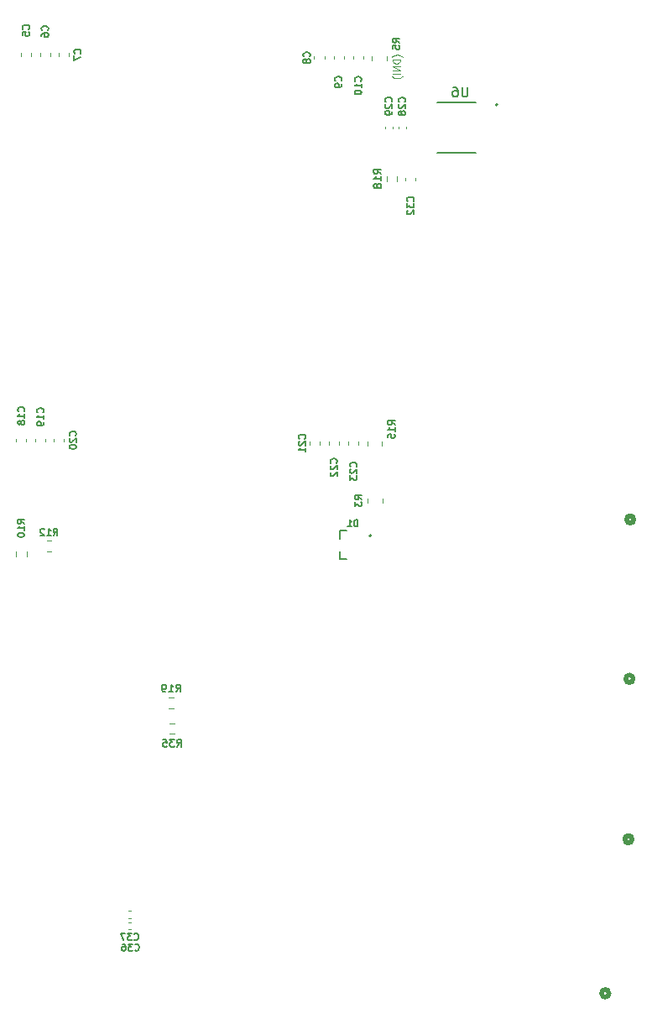
<source format=gbr>
%TF.GenerationSoftware,KiCad,Pcbnew,9.0.3*%
%TF.CreationDate,2025-09-16T11:45:41-04:00*%
%TF.ProjectId,5_COLD_TPC_Charge_Pre_Amp,355f434f-4c44-45f5-9450-435f43686172,rev?*%
%TF.SameCoordinates,Original*%
%TF.FileFunction,Legend,Bot*%
%TF.FilePolarity,Positive*%
%FSLAX46Y46*%
G04 Gerber Fmt 4.6, Leading zero omitted, Abs format (unit mm)*
G04 Created by KiCad (PCBNEW 9.0.3) date 2025-09-16 11:45:41*
%MOMM*%
%LPD*%
G01*
G04 APERTURE LIST*
%ADD10C,0.100000*%
%ADD11C,0.150000*%
%ADD12C,0.508000*%
%ADD13C,0.120000*%
%ADD14C,0.127000*%
%ADD15C,0.200000*%
G04 APERTURE END LIST*
D10*
X303320800Y-70297455D02*
X303287466Y-70264122D01*
X303287466Y-70264122D02*
X303187466Y-70197455D01*
X303187466Y-70197455D02*
X303120800Y-70164122D01*
X303120800Y-70164122D02*
X303020800Y-70130789D01*
X303020800Y-70130789D02*
X302854133Y-70097455D01*
X302854133Y-70097455D02*
X302720800Y-70097455D01*
X302720800Y-70097455D02*
X302554133Y-70130789D01*
X302554133Y-70130789D02*
X302454133Y-70164122D01*
X302454133Y-70164122D02*
X302387466Y-70197455D01*
X302387466Y-70197455D02*
X302287466Y-70264122D01*
X302287466Y-70264122D02*
X302254133Y-70297455D01*
X303054133Y-70564122D02*
X302354133Y-70564122D01*
X302354133Y-70564122D02*
X302354133Y-70730789D01*
X302354133Y-70730789D02*
X302387466Y-70830789D01*
X302387466Y-70830789D02*
X302454133Y-70897456D01*
X302454133Y-70897456D02*
X302520800Y-70930789D01*
X302520800Y-70930789D02*
X302654133Y-70964122D01*
X302654133Y-70964122D02*
X302754133Y-70964122D01*
X302754133Y-70964122D02*
X302887466Y-70930789D01*
X302887466Y-70930789D02*
X302954133Y-70897456D01*
X302954133Y-70897456D02*
X303020800Y-70830789D01*
X303020800Y-70830789D02*
X303054133Y-70730789D01*
X303054133Y-70730789D02*
X303054133Y-70564122D01*
X303054133Y-71264122D02*
X302354133Y-71264122D01*
X302354133Y-71264122D02*
X303054133Y-71664122D01*
X303054133Y-71664122D02*
X302354133Y-71664122D01*
X303054133Y-71997455D02*
X302354133Y-71997455D01*
X303320800Y-72264122D02*
X303287466Y-72297455D01*
X303287466Y-72297455D02*
X303187466Y-72364122D01*
X303187466Y-72364122D02*
X303120800Y-72397455D01*
X303120800Y-72397455D02*
X303020800Y-72430788D01*
X303020800Y-72430788D02*
X302854133Y-72464122D01*
X302854133Y-72464122D02*
X302720800Y-72464122D01*
X302720800Y-72464122D02*
X302554133Y-72430788D01*
X302554133Y-72430788D02*
X302454133Y-72397455D01*
X302454133Y-72397455D02*
X302387466Y-72364122D01*
X302387466Y-72364122D02*
X302287466Y-72297455D01*
X302287466Y-72297455D02*
X302254133Y-72264122D01*
D11*
X276320000Y-160399366D02*
X276353333Y-160432700D01*
X276353333Y-160432700D02*
X276453333Y-160466033D01*
X276453333Y-160466033D02*
X276520000Y-160466033D01*
X276520000Y-160466033D02*
X276620000Y-160432700D01*
X276620000Y-160432700D02*
X276686667Y-160366033D01*
X276686667Y-160366033D02*
X276720000Y-160299366D01*
X276720000Y-160299366D02*
X276753333Y-160166033D01*
X276753333Y-160166033D02*
X276753333Y-160066033D01*
X276753333Y-160066033D02*
X276720000Y-159932700D01*
X276720000Y-159932700D02*
X276686667Y-159866033D01*
X276686667Y-159866033D02*
X276620000Y-159799366D01*
X276620000Y-159799366D02*
X276520000Y-159766033D01*
X276520000Y-159766033D02*
X276453333Y-159766033D01*
X276453333Y-159766033D02*
X276353333Y-159799366D01*
X276353333Y-159799366D02*
X276320000Y-159832700D01*
X276086667Y-159766033D02*
X275653333Y-159766033D01*
X275653333Y-159766033D02*
X275886667Y-160032700D01*
X275886667Y-160032700D02*
X275786667Y-160032700D01*
X275786667Y-160032700D02*
X275720000Y-160066033D01*
X275720000Y-160066033D02*
X275686667Y-160099366D01*
X275686667Y-160099366D02*
X275653333Y-160166033D01*
X275653333Y-160166033D02*
X275653333Y-160332700D01*
X275653333Y-160332700D02*
X275686667Y-160399366D01*
X275686667Y-160399366D02*
X275720000Y-160432700D01*
X275720000Y-160432700D02*
X275786667Y-160466033D01*
X275786667Y-160466033D02*
X275986667Y-160466033D01*
X275986667Y-160466033D02*
X276053333Y-160432700D01*
X276053333Y-160432700D02*
X276086667Y-160399366D01*
X275053333Y-159766033D02*
X275186666Y-159766033D01*
X275186666Y-159766033D02*
X275253333Y-159799366D01*
X275253333Y-159799366D02*
X275286666Y-159832700D01*
X275286666Y-159832700D02*
X275353333Y-159932700D01*
X275353333Y-159932700D02*
X275386666Y-160066033D01*
X275386666Y-160066033D02*
X275386666Y-160332700D01*
X275386666Y-160332700D02*
X275353333Y-160399366D01*
X275353333Y-160399366D02*
X275320000Y-160432700D01*
X275320000Y-160432700D02*
X275253333Y-160466033D01*
X275253333Y-160466033D02*
X275120000Y-160466033D01*
X275120000Y-160466033D02*
X275053333Y-160432700D01*
X275053333Y-160432700D02*
X275020000Y-160399366D01*
X275020000Y-160399366D02*
X274986666Y-160332700D01*
X274986666Y-160332700D02*
X274986666Y-160166033D01*
X274986666Y-160166033D02*
X275020000Y-160099366D01*
X275020000Y-160099366D02*
X275053333Y-160066033D01*
X275053333Y-160066033D02*
X275120000Y-160032700D01*
X275120000Y-160032700D02*
X275253333Y-160032700D01*
X275253333Y-160032700D02*
X275320000Y-160066033D01*
X275320000Y-160066033D02*
X275353333Y-160099366D01*
X275353333Y-160099366D02*
X275386666Y-160166033D01*
X280472143Y-134359164D02*
X280722143Y-134002021D01*
X280900714Y-134359164D02*
X280900714Y-133609164D01*
X280900714Y-133609164D02*
X280615000Y-133609164D01*
X280615000Y-133609164D02*
X280543571Y-133644878D01*
X280543571Y-133644878D02*
X280507857Y-133680592D01*
X280507857Y-133680592D02*
X280472143Y-133752021D01*
X280472143Y-133752021D02*
X280472143Y-133859164D01*
X280472143Y-133859164D02*
X280507857Y-133930592D01*
X280507857Y-133930592D02*
X280543571Y-133966307D01*
X280543571Y-133966307D02*
X280615000Y-134002021D01*
X280615000Y-134002021D02*
X280900714Y-134002021D01*
X279757857Y-134359164D02*
X280186428Y-134359164D01*
X279972143Y-134359164D02*
X279972143Y-133609164D01*
X279972143Y-133609164D02*
X280043571Y-133716307D01*
X280043571Y-133716307D02*
X280115000Y-133787735D01*
X280115000Y-133787735D02*
X280186428Y-133823450D01*
X279400714Y-134359164D02*
X279257857Y-134359164D01*
X279257857Y-134359164D02*
X279186428Y-134323450D01*
X279186428Y-134323450D02*
X279150714Y-134287735D01*
X279150714Y-134287735D02*
X279079285Y-134180592D01*
X279079285Y-134180592D02*
X279043571Y-134037735D01*
X279043571Y-134037735D02*
X279043571Y-133752021D01*
X279043571Y-133752021D02*
X279079285Y-133680592D01*
X279079285Y-133680592D02*
X279115000Y-133644878D01*
X279115000Y-133644878D02*
X279186428Y-133609164D01*
X279186428Y-133609164D02*
X279329285Y-133609164D01*
X279329285Y-133609164D02*
X279400714Y-133644878D01*
X279400714Y-133644878D02*
X279436428Y-133680592D01*
X279436428Y-133680592D02*
X279472142Y-133752021D01*
X279472142Y-133752021D02*
X279472142Y-133930592D01*
X279472142Y-133930592D02*
X279436428Y-134002021D01*
X279436428Y-134002021D02*
X279400714Y-134037735D01*
X279400714Y-134037735D02*
X279329285Y-134073450D01*
X279329285Y-134073450D02*
X279186428Y-134073450D01*
X279186428Y-134073450D02*
X279115000Y-134037735D01*
X279115000Y-134037735D02*
X279079285Y-134002021D01*
X279079285Y-134002021D02*
X279043571Y-133930592D01*
X302214366Y-74804999D02*
X302247700Y-74771666D01*
X302247700Y-74771666D02*
X302281033Y-74671666D01*
X302281033Y-74671666D02*
X302281033Y-74604999D01*
X302281033Y-74604999D02*
X302247700Y-74504999D01*
X302247700Y-74504999D02*
X302181033Y-74438333D01*
X302181033Y-74438333D02*
X302114366Y-74404999D01*
X302114366Y-74404999D02*
X301981033Y-74371666D01*
X301981033Y-74371666D02*
X301881033Y-74371666D01*
X301881033Y-74371666D02*
X301747700Y-74404999D01*
X301747700Y-74404999D02*
X301681033Y-74438333D01*
X301681033Y-74438333D02*
X301614366Y-74504999D01*
X301614366Y-74504999D02*
X301581033Y-74604999D01*
X301581033Y-74604999D02*
X301581033Y-74671666D01*
X301581033Y-74671666D02*
X301614366Y-74771666D01*
X301614366Y-74771666D02*
X301647700Y-74804999D01*
X301647700Y-75071666D02*
X301614366Y-75104999D01*
X301614366Y-75104999D02*
X301581033Y-75171666D01*
X301581033Y-75171666D02*
X301581033Y-75338333D01*
X301581033Y-75338333D02*
X301614366Y-75404999D01*
X301614366Y-75404999D02*
X301647700Y-75438333D01*
X301647700Y-75438333D02*
X301714366Y-75471666D01*
X301714366Y-75471666D02*
X301781033Y-75471666D01*
X301781033Y-75471666D02*
X301881033Y-75438333D01*
X301881033Y-75438333D02*
X302281033Y-75038333D01*
X302281033Y-75038333D02*
X302281033Y-75471666D01*
X302281033Y-75805000D02*
X302281033Y-75938333D01*
X302281033Y-75938333D02*
X302247700Y-76005000D01*
X302247700Y-76005000D02*
X302214366Y-76038333D01*
X302214366Y-76038333D02*
X302114366Y-76105000D01*
X302114366Y-76105000D02*
X301981033Y-76138333D01*
X301981033Y-76138333D02*
X301714366Y-76138333D01*
X301714366Y-76138333D02*
X301647700Y-76105000D01*
X301647700Y-76105000D02*
X301614366Y-76071666D01*
X301614366Y-76071666D02*
X301581033Y-76005000D01*
X301581033Y-76005000D02*
X301581033Y-75871666D01*
X301581033Y-75871666D02*
X301614366Y-75805000D01*
X301614366Y-75805000D02*
X301647700Y-75771666D01*
X301647700Y-75771666D02*
X301714366Y-75738333D01*
X301714366Y-75738333D02*
X301881033Y-75738333D01*
X301881033Y-75738333D02*
X301947700Y-75771666D01*
X301947700Y-75771666D02*
X301981033Y-75805000D01*
X301981033Y-75805000D02*
X302014366Y-75871666D01*
X302014366Y-75871666D02*
X302014366Y-76005000D01*
X302014366Y-76005000D02*
X301981033Y-76071666D01*
X301981033Y-76071666D02*
X301947700Y-76105000D01*
X301947700Y-76105000D02*
X301881033Y-76138333D01*
X299226033Y-114933333D02*
X298892700Y-114700000D01*
X299226033Y-114533333D02*
X298526033Y-114533333D01*
X298526033Y-114533333D02*
X298526033Y-114800000D01*
X298526033Y-114800000D02*
X298559366Y-114866667D01*
X298559366Y-114866667D02*
X298592700Y-114900000D01*
X298592700Y-114900000D02*
X298659366Y-114933333D01*
X298659366Y-114933333D02*
X298759366Y-114933333D01*
X298759366Y-114933333D02*
X298826033Y-114900000D01*
X298826033Y-114900000D02*
X298859366Y-114866667D01*
X298859366Y-114866667D02*
X298892700Y-114800000D01*
X298892700Y-114800000D02*
X298892700Y-114533333D01*
X298526033Y-115166667D02*
X298526033Y-115600000D01*
X298526033Y-115600000D02*
X298792700Y-115366667D01*
X298792700Y-115366667D02*
X298792700Y-115466667D01*
X298792700Y-115466667D02*
X298826033Y-115533333D01*
X298826033Y-115533333D02*
X298859366Y-115566667D01*
X298859366Y-115566667D02*
X298926033Y-115600000D01*
X298926033Y-115600000D02*
X299092700Y-115600000D01*
X299092700Y-115600000D02*
X299159366Y-115566667D01*
X299159366Y-115566667D02*
X299192700Y-115533333D01*
X299192700Y-115533333D02*
X299226033Y-115466667D01*
X299226033Y-115466667D02*
X299226033Y-115266667D01*
X299226033Y-115266667D02*
X299192700Y-115200000D01*
X299192700Y-115200000D02*
X299159366Y-115166667D01*
X270804366Y-69948333D02*
X270837700Y-69915000D01*
X270837700Y-69915000D02*
X270871033Y-69815000D01*
X270871033Y-69815000D02*
X270871033Y-69748333D01*
X270871033Y-69748333D02*
X270837700Y-69648333D01*
X270837700Y-69648333D02*
X270771033Y-69581667D01*
X270771033Y-69581667D02*
X270704366Y-69548333D01*
X270704366Y-69548333D02*
X270571033Y-69515000D01*
X270571033Y-69515000D02*
X270471033Y-69515000D01*
X270471033Y-69515000D02*
X270337700Y-69548333D01*
X270337700Y-69548333D02*
X270271033Y-69581667D01*
X270271033Y-69581667D02*
X270204366Y-69648333D01*
X270204366Y-69648333D02*
X270171033Y-69748333D01*
X270171033Y-69748333D02*
X270171033Y-69815000D01*
X270171033Y-69815000D02*
X270204366Y-69915000D01*
X270204366Y-69915000D02*
X270237700Y-69948333D01*
X270171033Y-70181667D02*
X270171033Y-70648333D01*
X270171033Y-70648333D02*
X270871033Y-70348333D01*
X298772381Y-117638276D02*
X298772381Y-116998276D01*
X298772381Y-116998276D02*
X298620000Y-116998276D01*
X298620000Y-116998276D02*
X298528571Y-117028752D01*
X298528571Y-117028752D02*
X298467619Y-117089704D01*
X298467619Y-117089704D02*
X298437142Y-117150657D01*
X298437142Y-117150657D02*
X298406666Y-117272561D01*
X298406666Y-117272561D02*
X298406666Y-117363990D01*
X298406666Y-117363990D02*
X298437142Y-117485895D01*
X298437142Y-117485895D02*
X298467619Y-117546847D01*
X298467619Y-117546847D02*
X298528571Y-117607800D01*
X298528571Y-117607800D02*
X298620000Y-117638276D01*
X298620000Y-117638276D02*
X298772381Y-117638276D01*
X297797142Y-117638276D02*
X298162857Y-117638276D01*
X297980000Y-117638276D02*
X297980000Y-116998276D01*
X297980000Y-116998276D02*
X298040952Y-117089704D01*
X298040952Y-117089704D02*
X298101904Y-117150657D01*
X298101904Y-117150657D02*
X298162857Y-117181133D01*
X293474366Y-108809999D02*
X293507700Y-108776666D01*
X293507700Y-108776666D02*
X293541033Y-108676666D01*
X293541033Y-108676666D02*
X293541033Y-108609999D01*
X293541033Y-108609999D02*
X293507700Y-108509999D01*
X293507700Y-108509999D02*
X293441033Y-108443333D01*
X293441033Y-108443333D02*
X293374366Y-108409999D01*
X293374366Y-108409999D02*
X293241033Y-108376666D01*
X293241033Y-108376666D02*
X293141033Y-108376666D01*
X293141033Y-108376666D02*
X293007700Y-108409999D01*
X293007700Y-108409999D02*
X292941033Y-108443333D01*
X292941033Y-108443333D02*
X292874366Y-108509999D01*
X292874366Y-108509999D02*
X292841033Y-108609999D01*
X292841033Y-108609999D02*
X292841033Y-108676666D01*
X292841033Y-108676666D02*
X292874366Y-108776666D01*
X292874366Y-108776666D02*
X292907700Y-108809999D01*
X292907700Y-109076666D02*
X292874366Y-109109999D01*
X292874366Y-109109999D02*
X292841033Y-109176666D01*
X292841033Y-109176666D02*
X292841033Y-109343333D01*
X292841033Y-109343333D02*
X292874366Y-109409999D01*
X292874366Y-109409999D02*
X292907700Y-109443333D01*
X292907700Y-109443333D02*
X292974366Y-109476666D01*
X292974366Y-109476666D02*
X293041033Y-109476666D01*
X293041033Y-109476666D02*
X293141033Y-109443333D01*
X293141033Y-109443333D02*
X293541033Y-109043333D01*
X293541033Y-109043333D02*
X293541033Y-109476666D01*
X293541033Y-110143333D02*
X293541033Y-109743333D01*
X293541033Y-109943333D02*
X292841033Y-109943333D01*
X292841033Y-109943333D02*
X292941033Y-109876666D01*
X292941033Y-109876666D02*
X293007700Y-109810000D01*
X293007700Y-109810000D02*
X293041033Y-109743333D01*
X296664366Y-111259999D02*
X296697700Y-111226666D01*
X296697700Y-111226666D02*
X296731033Y-111126666D01*
X296731033Y-111126666D02*
X296731033Y-111059999D01*
X296731033Y-111059999D02*
X296697700Y-110959999D01*
X296697700Y-110959999D02*
X296631033Y-110893333D01*
X296631033Y-110893333D02*
X296564366Y-110859999D01*
X296564366Y-110859999D02*
X296431033Y-110826666D01*
X296431033Y-110826666D02*
X296331033Y-110826666D01*
X296331033Y-110826666D02*
X296197700Y-110859999D01*
X296197700Y-110859999D02*
X296131033Y-110893333D01*
X296131033Y-110893333D02*
X296064366Y-110959999D01*
X296064366Y-110959999D02*
X296031033Y-111059999D01*
X296031033Y-111059999D02*
X296031033Y-111126666D01*
X296031033Y-111126666D02*
X296064366Y-111226666D01*
X296064366Y-111226666D02*
X296097700Y-111259999D01*
X296097700Y-111526666D02*
X296064366Y-111559999D01*
X296064366Y-111559999D02*
X296031033Y-111626666D01*
X296031033Y-111626666D02*
X296031033Y-111793333D01*
X296031033Y-111793333D02*
X296064366Y-111859999D01*
X296064366Y-111859999D02*
X296097700Y-111893333D01*
X296097700Y-111893333D02*
X296164366Y-111926666D01*
X296164366Y-111926666D02*
X296231033Y-111926666D01*
X296231033Y-111926666D02*
X296331033Y-111893333D01*
X296331033Y-111893333D02*
X296731033Y-111493333D01*
X296731033Y-111493333D02*
X296731033Y-111926666D01*
X296097700Y-112193333D02*
X296064366Y-112226666D01*
X296064366Y-112226666D02*
X296031033Y-112293333D01*
X296031033Y-112293333D02*
X296031033Y-112460000D01*
X296031033Y-112460000D02*
X296064366Y-112526666D01*
X296064366Y-112526666D02*
X296097700Y-112560000D01*
X296097700Y-112560000D02*
X296164366Y-112593333D01*
X296164366Y-112593333D02*
X296231033Y-112593333D01*
X296231033Y-112593333D02*
X296331033Y-112560000D01*
X296331033Y-112560000D02*
X296731033Y-112160000D01*
X296731033Y-112160000D02*
X296731033Y-112593333D01*
X267054366Y-106159999D02*
X267087700Y-106126666D01*
X267087700Y-106126666D02*
X267121033Y-106026666D01*
X267121033Y-106026666D02*
X267121033Y-105959999D01*
X267121033Y-105959999D02*
X267087700Y-105859999D01*
X267087700Y-105859999D02*
X267021033Y-105793333D01*
X267021033Y-105793333D02*
X266954366Y-105759999D01*
X266954366Y-105759999D02*
X266821033Y-105726666D01*
X266821033Y-105726666D02*
X266721033Y-105726666D01*
X266721033Y-105726666D02*
X266587700Y-105759999D01*
X266587700Y-105759999D02*
X266521033Y-105793333D01*
X266521033Y-105793333D02*
X266454366Y-105859999D01*
X266454366Y-105859999D02*
X266421033Y-105959999D01*
X266421033Y-105959999D02*
X266421033Y-106026666D01*
X266421033Y-106026666D02*
X266454366Y-106126666D01*
X266454366Y-106126666D02*
X266487700Y-106159999D01*
X267121033Y-106826666D02*
X267121033Y-106426666D01*
X267121033Y-106626666D02*
X266421033Y-106626666D01*
X266421033Y-106626666D02*
X266521033Y-106559999D01*
X266521033Y-106559999D02*
X266587700Y-106493333D01*
X266587700Y-106493333D02*
X266621033Y-106426666D01*
X267121033Y-107160000D02*
X267121033Y-107293333D01*
X267121033Y-107293333D02*
X267087700Y-107360000D01*
X267087700Y-107360000D02*
X267054366Y-107393333D01*
X267054366Y-107393333D02*
X266954366Y-107460000D01*
X266954366Y-107460000D02*
X266821033Y-107493333D01*
X266821033Y-107493333D02*
X266554366Y-107493333D01*
X266554366Y-107493333D02*
X266487700Y-107460000D01*
X266487700Y-107460000D02*
X266454366Y-107426666D01*
X266454366Y-107426666D02*
X266421033Y-107360000D01*
X266421033Y-107360000D02*
X266421033Y-107226666D01*
X266421033Y-107226666D02*
X266454366Y-107160000D01*
X266454366Y-107160000D02*
X266487700Y-107126666D01*
X266487700Y-107126666D02*
X266554366Y-107093333D01*
X266554366Y-107093333D02*
X266721033Y-107093333D01*
X266721033Y-107093333D02*
X266787700Y-107126666D01*
X266787700Y-107126666D02*
X266821033Y-107160000D01*
X266821033Y-107160000D02*
X266854366Y-107226666D01*
X266854366Y-107226666D02*
X266854366Y-107360000D01*
X266854366Y-107360000D02*
X266821033Y-107426666D01*
X266821033Y-107426666D02*
X266787700Y-107460000D01*
X266787700Y-107460000D02*
X266721033Y-107493333D01*
X301179164Y-82087856D02*
X300822021Y-81837856D01*
X301179164Y-81659285D02*
X300429164Y-81659285D01*
X300429164Y-81659285D02*
X300429164Y-81944999D01*
X300429164Y-81944999D02*
X300464878Y-82016428D01*
X300464878Y-82016428D02*
X300500592Y-82052142D01*
X300500592Y-82052142D02*
X300572021Y-82087856D01*
X300572021Y-82087856D02*
X300679164Y-82087856D01*
X300679164Y-82087856D02*
X300750592Y-82052142D01*
X300750592Y-82052142D02*
X300786307Y-82016428D01*
X300786307Y-82016428D02*
X300822021Y-81944999D01*
X300822021Y-81944999D02*
X300822021Y-81659285D01*
X301179164Y-82802142D02*
X301179164Y-82373571D01*
X301179164Y-82587856D02*
X300429164Y-82587856D01*
X300429164Y-82587856D02*
X300536307Y-82516428D01*
X300536307Y-82516428D02*
X300607735Y-82444999D01*
X300607735Y-82444999D02*
X300643450Y-82373571D01*
X300750592Y-83230714D02*
X300714878Y-83159285D01*
X300714878Y-83159285D02*
X300679164Y-83123571D01*
X300679164Y-83123571D02*
X300607735Y-83087857D01*
X300607735Y-83087857D02*
X300572021Y-83087857D01*
X300572021Y-83087857D02*
X300500592Y-83123571D01*
X300500592Y-83123571D02*
X300464878Y-83159285D01*
X300464878Y-83159285D02*
X300429164Y-83230714D01*
X300429164Y-83230714D02*
X300429164Y-83373571D01*
X300429164Y-83373571D02*
X300464878Y-83445000D01*
X300464878Y-83445000D02*
X300500592Y-83480714D01*
X300500592Y-83480714D02*
X300572021Y-83516428D01*
X300572021Y-83516428D02*
X300607735Y-83516428D01*
X300607735Y-83516428D02*
X300679164Y-83480714D01*
X300679164Y-83480714D02*
X300714878Y-83445000D01*
X300714878Y-83445000D02*
X300750592Y-83373571D01*
X300750592Y-83373571D02*
X300750592Y-83230714D01*
X300750592Y-83230714D02*
X300786307Y-83159285D01*
X300786307Y-83159285D02*
X300822021Y-83123571D01*
X300822021Y-83123571D02*
X300893450Y-83087857D01*
X300893450Y-83087857D02*
X301036307Y-83087857D01*
X301036307Y-83087857D02*
X301107735Y-83123571D01*
X301107735Y-83123571D02*
X301143450Y-83159285D01*
X301143450Y-83159285D02*
X301179164Y-83230714D01*
X301179164Y-83230714D02*
X301179164Y-83373571D01*
X301179164Y-83373571D02*
X301143450Y-83445000D01*
X301143450Y-83445000D02*
X301107735Y-83480714D01*
X301107735Y-83480714D02*
X301036307Y-83516428D01*
X301036307Y-83516428D02*
X300893450Y-83516428D01*
X300893450Y-83516428D02*
X300822021Y-83480714D01*
X300822021Y-83480714D02*
X300786307Y-83445000D01*
X300786307Y-83445000D02*
X300750592Y-83373571D01*
X265176033Y-117369999D02*
X264842700Y-117136666D01*
X265176033Y-116969999D02*
X264476033Y-116969999D01*
X264476033Y-116969999D02*
X264476033Y-117236666D01*
X264476033Y-117236666D02*
X264509366Y-117303333D01*
X264509366Y-117303333D02*
X264542700Y-117336666D01*
X264542700Y-117336666D02*
X264609366Y-117369999D01*
X264609366Y-117369999D02*
X264709366Y-117369999D01*
X264709366Y-117369999D02*
X264776033Y-117336666D01*
X264776033Y-117336666D02*
X264809366Y-117303333D01*
X264809366Y-117303333D02*
X264842700Y-117236666D01*
X264842700Y-117236666D02*
X264842700Y-116969999D01*
X265176033Y-118036666D02*
X265176033Y-117636666D01*
X265176033Y-117836666D02*
X264476033Y-117836666D01*
X264476033Y-117836666D02*
X264576033Y-117769999D01*
X264576033Y-117769999D02*
X264642700Y-117703333D01*
X264642700Y-117703333D02*
X264676033Y-117636666D01*
X264476033Y-118470000D02*
X264476033Y-118536666D01*
X264476033Y-118536666D02*
X264509366Y-118603333D01*
X264509366Y-118603333D02*
X264542700Y-118636666D01*
X264542700Y-118636666D02*
X264609366Y-118670000D01*
X264609366Y-118670000D02*
X264742700Y-118703333D01*
X264742700Y-118703333D02*
X264909366Y-118703333D01*
X264909366Y-118703333D02*
X265042700Y-118670000D01*
X265042700Y-118670000D02*
X265109366Y-118636666D01*
X265109366Y-118636666D02*
X265142700Y-118603333D01*
X265142700Y-118603333D02*
X265176033Y-118536666D01*
X265176033Y-118536666D02*
X265176033Y-118470000D01*
X265176033Y-118470000D02*
X265142700Y-118403333D01*
X265142700Y-118403333D02*
X265109366Y-118370000D01*
X265109366Y-118370000D02*
X265042700Y-118336666D01*
X265042700Y-118336666D02*
X264909366Y-118303333D01*
X264909366Y-118303333D02*
X264742700Y-118303333D01*
X264742700Y-118303333D02*
X264609366Y-118336666D01*
X264609366Y-118336666D02*
X264542700Y-118370000D01*
X264542700Y-118370000D02*
X264509366Y-118403333D01*
X264509366Y-118403333D02*
X264476033Y-118470000D01*
X309911904Y-73327819D02*
X309911904Y-74137342D01*
X309911904Y-74137342D02*
X309864285Y-74232580D01*
X309864285Y-74232580D02*
X309816666Y-74280200D01*
X309816666Y-74280200D02*
X309721428Y-74327819D01*
X309721428Y-74327819D02*
X309530952Y-74327819D01*
X309530952Y-74327819D02*
X309435714Y-74280200D01*
X309435714Y-74280200D02*
X309388095Y-74232580D01*
X309388095Y-74232580D02*
X309340476Y-74137342D01*
X309340476Y-74137342D02*
X309340476Y-73327819D01*
X308435714Y-73327819D02*
X308626190Y-73327819D01*
X308626190Y-73327819D02*
X308721428Y-73375438D01*
X308721428Y-73375438D02*
X308769047Y-73423057D01*
X308769047Y-73423057D02*
X308864285Y-73565914D01*
X308864285Y-73565914D02*
X308911904Y-73756390D01*
X308911904Y-73756390D02*
X308911904Y-74137342D01*
X308911904Y-74137342D02*
X308864285Y-74232580D01*
X308864285Y-74232580D02*
X308816666Y-74280200D01*
X308816666Y-74280200D02*
X308721428Y-74327819D01*
X308721428Y-74327819D02*
X308530952Y-74327819D01*
X308530952Y-74327819D02*
X308435714Y-74280200D01*
X308435714Y-74280200D02*
X308388095Y-74232580D01*
X308388095Y-74232580D02*
X308340476Y-74137342D01*
X308340476Y-74137342D02*
X308340476Y-73899247D01*
X308340476Y-73899247D02*
X308388095Y-73804009D01*
X308388095Y-73804009D02*
X308435714Y-73756390D01*
X308435714Y-73756390D02*
X308530952Y-73708771D01*
X308530952Y-73708771D02*
X308721428Y-73708771D01*
X308721428Y-73708771D02*
X308816666Y-73756390D01*
X308816666Y-73756390D02*
X308864285Y-73804009D01*
X308864285Y-73804009D02*
X308911904Y-73899247D01*
X302561033Y-107409999D02*
X302227700Y-107176666D01*
X302561033Y-107009999D02*
X301861033Y-107009999D01*
X301861033Y-107009999D02*
X301861033Y-107276666D01*
X301861033Y-107276666D02*
X301894366Y-107343333D01*
X301894366Y-107343333D02*
X301927700Y-107376666D01*
X301927700Y-107376666D02*
X301994366Y-107409999D01*
X301994366Y-107409999D02*
X302094366Y-107409999D01*
X302094366Y-107409999D02*
X302161033Y-107376666D01*
X302161033Y-107376666D02*
X302194366Y-107343333D01*
X302194366Y-107343333D02*
X302227700Y-107276666D01*
X302227700Y-107276666D02*
X302227700Y-107009999D01*
X302561033Y-108076666D02*
X302561033Y-107676666D01*
X302561033Y-107876666D02*
X301861033Y-107876666D01*
X301861033Y-107876666D02*
X301961033Y-107809999D01*
X301961033Y-107809999D02*
X302027700Y-107743333D01*
X302027700Y-107743333D02*
X302061033Y-107676666D01*
X301861033Y-108710000D02*
X301861033Y-108376666D01*
X301861033Y-108376666D02*
X302194366Y-108343333D01*
X302194366Y-108343333D02*
X302161033Y-108376666D01*
X302161033Y-108376666D02*
X302127700Y-108443333D01*
X302127700Y-108443333D02*
X302127700Y-108610000D01*
X302127700Y-108610000D02*
X302161033Y-108676666D01*
X302161033Y-108676666D02*
X302194366Y-108710000D01*
X302194366Y-108710000D02*
X302261033Y-108743333D01*
X302261033Y-108743333D02*
X302427700Y-108743333D01*
X302427700Y-108743333D02*
X302494366Y-108710000D01*
X302494366Y-108710000D02*
X302527700Y-108676666D01*
X302527700Y-108676666D02*
X302561033Y-108610000D01*
X302561033Y-108610000D02*
X302561033Y-108443333D01*
X302561033Y-108443333D02*
X302527700Y-108376666D01*
X302527700Y-108376666D02*
X302494366Y-108343333D01*
X267524366Y-67608333D02*
X267557700Y-67575000D01*
X267557700Y-67575000D02*
X267591033Y-67475000D01*
X267591033Y-67475000D02*
X267591033Y-67408333D01*
X267591033Y-67408333D02*
X267557700Y-67308333D01*
X267557700Y-67308333D02*
X267491033Y-67241667D01*
X267491033Y-67241667D02*
X267424366Y-67208333D01*
X267424366Y-67208333D02*
X267291033Y-67175000D01*
X267291033Y-67175000D02*
X267191033Y-67175000D01*
X267191033Y-67175000D02*
X267057700Y-67208333D01*
X267057700Y-67208333D02*
X266991033Y-67241667D01*
X266991033Y-67241667D02*
X266924366Y-67308333D01*
X266924366Y-67308333D02*
X266891033Y-67408333D01*
X266891033Y-67408333D02*
X266891033Y-67475000D01*
X266891033Y-67475000D02*
X266924366Y-67575000D01*
X266924366Y-67575000D02*
X266957700Y-67608333D01*
X266891033Y-68208333D02*
X266891033Y-68075000D01*
X266891033Y-68075000D02*
X266924366Y-68008333D01*
X266924366Y-68008333D02*
X266957700Y-67975000D01*
X266957700Y-67975000D02*
X267057700Y-67908333D01*
X267057700Y-67908333D02*
X267191033Y-67875000D01*
X267191033Y-67875000D02*
X267457700Y-67875000D01*
X267457700Y-67875000D02*
X267524366Y-67908333D01*
X267524366Y-67908333D02*
X267557700Y-67941667D01*
X267557700Y-67941667D02*
X267591033Y-68008333D01*
X267591033Y-68008333D02*
X267591033Y-68141667D01*
X267591033Y-68141667D02*
X267557700Y-68208333D01*
X267557700Y-68208333D02*
X267524366Y-68241667D01*
X267524366Y-68241667D02*
X267457700Y-68275000D01*
X267457700Y-68275000D02*
X267291033Y-68275000D01*
X267291033Y-68275000D02*
X267224366Y-68241667D01*
X267224366Y-68241667D02*
X267191033Y-68208333D01*
X267191033Y-68208333D02*
X267157700Y-68141667D01*
X267157700Y-68141667D02*
X267157700Y-68008333D01*
X267157700Y-68008333D02*
X267191033Y-67941667D01*
X267191033Y-67941667D02*
X267224366Y-67908333D01*
X267224366Y-67908333D02*
X267291033Y-67875000D01*
X297134366Y-72708333D02*
X297167700Y-72675000D01*
X297167700Y-72675000D02*
X297201033Y-72575000D01*
X297201033Y-72575000D02*
X297201033Y-72508333D01*
X297201033Y-72508333D02*
X297167700Y-72408333D01*
X297167700Y-72408333D02*
X297101033Y-72341667D01*
X297101033Y-72341667D02*
X297034366Y-72308333D01*
X297034366Y-72308333D02*
X296901033Y-72275000D01*
X296901033Y-72275000D02*
X296801033Y-72275000D01*
X296801033Y-72275000D02*
X296667700Y-72308333D01*
X296667700Y-72308333D02*
X296601033Y-72341667D01*
X296601033Y-72341667D02*
X296534366Y-72408333D01*
X296534366Y-72408333D02*
X296501033Y-72508333D01*
X296501033Y-72508333D02*
X296501033Y-72575000D01*
X296501033Y-72575000D02*
X296534366Y-72675000D01*
X296534366Y-72675000D02*
X296567700Y-72708333D01*
X297201033Y-73041667D02*
X297201033Y-73175000D01*
X297201033Y-73175000D02*
X297167700Y-73241667D01*
X297167700Y-73241667D02*
X297134366Y-73275000D01*
X297134366Y-73275000D02*
X297034366Y-73341667D01*
X297034366Y-73341667D02*
X296901033Y-73375000D01*
X296901033Y-73375000D02*
X296634366Y-73375000D01*
X296634366Y-73375000D02*
X296567700Y-73341667D01*
X296567700Y-73341667D02*
X296534366Y-73308333D01*
X296534366Y-73308333D02*
X296501033Y-73241667D01*
X296501033Y-73241667D02*
X296501033Y-73108333D01*
X296501033Y-73108333D02*
X296534366Y-73041667D01*
X296534366Y-73041667D02*
X296567700Y-73008333D01*
X296567700Y-73008333D02*
X296634366Y-72975000D01*
X296634366Y-72975000D02*
X296801033Y-72975000D01*
X296801033Y-72975000D02*
X296867700Y-73008333D01*
X296867700Y-73008333D02*
X296901033Y-73041667D01*
X296901033Y-73041667D02*
X296934366Y-73108333D01*
X296934366Y-73108333D02*
X296934366Y-73241667D01*
X296934366Y-73241667D02*
X296901033Y-73308333D01*
X296901033Y-73308333D02*
X296867700Y-73341667D01*
X296867700Y-73341667D02*
X296801033Y-73375000D01*
X293944366Y-70258333D02*
X293977700Y-70225000D01*
X293977700Y-70225000D02*
X294011033Y-70125000D01*
X294011033Y-70125000D02*
X294011033Y-70058333D01*
X294011033Y-70058333D02*
X293977700Y-69958333D01*
X293977700Y-69958333D02*
X293911033Y-69891667D01*
X293911033Y-69891667D02*
X293844366Y-69858333D01*
X293844366Y-69858333D02*
X293711033Y-69825000D01*
X293711033Y-69825000D02*
X293611033Y-69825000D01*
X293611033Y-69825000D02*
X293477700Y-69858333D01*
X293477700Y-69858333D02*
X293411033Y-69891667D01*
X293411033Y-69891667D02*
X293344366Y-69958333D01*
X293344366Y-69958333D02*
X293311033Y-70058333D01*
X293311033Y-70058333D02*
X293311033Y-70125000D01*
X293311033Y-70125000D02*
X293344366Y-70225000D01*
X293344366Y-70225000D02*
X293377700Y-70258333D01*
X293611033Y-70658333D02*
X293577700Y-70591667D01*
X293577700Y-70591667D02*
X293544366Y-70558333D01*
X293544366Y-70558333D02*
X293477700Y-70525000D01*
X293477700Y-70525000D02*
X293444366Y-70525000D01*
X293444366Y-70525000D02*
X293377700Y-70558333D01*
X293377700Y-70558333D02*
X293344366Y-70591667D01*
X293344366Y-70591667D02*
X293311033Y-70658333D01*
X293311033Y-70658333D02*
X293311033Y-70791667D01*
X293311033Y-70791667D02*
X293344366Y-70858333D01*
X293344366Y-70858333D02*
X293377700Y-70891667D01*
X293377700Y-70891667D02*
X293444366Y-70925000D01*
X293444366Y-70925000D02*
X293477700Y-70925000D01*
X293477700Y-70925000D02*
X293544366Y-70891667D01*
X293544366Y-70891667D02*
X293577700Y-70858333D01*
X293577700Y-70858333D02*
X293611033Y-70791667D01*
X293611033Y-70791667D02*
X293611033Y-70658333D01*
X293611033Y-70658333D02*
X293644366Y-70591667D01*
X293644366Y-70591667D02*
X293677700Y-70558333D01*
X293677700Y-70558333D02*
X293744366Y-70525000D01*
X293744366Y-70525000D02*
X293877700Y-70525000D01*
X293877700Y-70525000D02*
X293944366Y-70558333D01*
X293944366Y-70558333D02*
X293977700Y-70591667D01*
X293977700Y-70591667D02*
X294011033Y-70658333D01*
X294011033Y-70658333D02*
X294011033Y-70791667D01*
X294011033Y-70791667D02*
X293977700Y-70858333D01*
X293977700Y-70858333D02*
X293944366Y-70891667D01*
X293944366Y-70891667D02*
X293877700Y-70925000D01*
X293877700Y-70925000D02*
X293744366Y-70925000D01*
X293744366Y-70925000D02*
X293677700Y-70891667D01*
X293677700Y-70891667D02*
X293644366Y-70858333D01*
X293644366Y-70858333D02*
X293611033Y-70791667D01*
X299124366Y-72734999D02*
X299157700Y-72701666D01*
X299157700Y-72701666D02*
X299191033Y-72601666D01*
X299191033Y-72601666D02*
X299191033Y-72534999D01*
X299191033Y-72534999D02*
X299157700Y-72434999D01*
X299157700Y-72434999D02*
X299091033Y-72368333D01*
X299091033Y-72368333D02*
X299024366Y-72334999D01*
X299024366Y-72334999D02*
X298891033Y-72301666D01*
X298891033Y-72301666D02*
X298791033Y-72301666D01*
X298791033Y-72301666D02*
X298657700Y-72334999D01*
X298657700Y-72334999D02*
X298591033Y-72368333D01*
X298591033Y-72368333D02*
X298524366Y-72434999D01*
X298524366Y-72434999D02*
X298491033Y-72534999D01*
X298491033Y-72534999D02*
X298491033Y-72601666D01*
X298491033Y-72601666D02*
X298524366Y-72701666D01*
X298524366Y-72701666D02*
X298557700Y-72734999D01*
X299191033Y-73401666D02*
X299191033Y-73001666D01*
X299191033Y-73201666D02*
X298491033Y-73201666D01*
X298491033Y-73201666D02*
X298591033Y-73134999D01*
X298591033Y-73134999D02*
X298657700Y-73068333D01*
X298657700Y-73068333D02*
X298691033Y-73001666D01*
X298491033Y-73835000D02*
X298491033Y-73901666D01*
X298491033Y-73901666D02*
X298524366Y-73968333D01*
X298524366Y-73968333D02*
X298557700Y-74001666D01*
X298557700Y-74001666D02*
X298624366Y-74035000D01*
X298624366Y-74035000D02*
X298757700Y-74068333D01*
X298757700Y-74068333D02*
X298924366Y-74068333D01*
X298924366Y-74068333D02*
X299057700Y-74035000D01*
X299057700Y-74035000D02*
X299124366Y-74001666D01*
X299124366Y-74001666D02*
X299157700Y-73968333D01*
X299157700Y-73968333D02*
X299191033Y-73901666D01*
X299191033Y-73901666D02*
X299191033Y-73835000D01*
X299191033Y-73835000D02*
X299157700Y-73768333D01*
X299157700Y-73768333D02*
X299124366Y-73735000D01*
X299124366Y-73735000D02*
X299057700Y-73701666D01*
X299057700Y-73701666D02*
X298924366Y-73668333D01*
X298924366Y-73668333D02*
X298757700Y-73668333D01*
X298757700Y-73668333D02*
X298624366Y-73701666D01*
X298624366Y-73701666D02*
X298557700Y-73735000D01*
X298557700Y-73735000D02*
X298524366Y-73768333D01*
X298524366Y-73768333D02*
X298491033Y-73835000D01*
X304414366Y-84844999D02*
X304447700Y-84811666D01*
X304447700Y-84811666D02*
X304481033Y-84711666D01*
X304481033Y-84711666D02*
X304481033Y-84644999D01*
X304481033Y-84644999D02*
X304447700Y-84544999D01*
X304447700Y-84544999D02*
X304381033Y-84478333D01*
X304381033Y-84478333D02*
X304314366Y-84444999D01*
X304314366Y-84444999D02*
X304181033Y-84411666D01*
X304181033Y-84411666D02*
X304081033Y-84411666D01*
X304081033Y-84411666D02*
X303947700Y-84444999D01*
X303947700Y-84444999D02*
X303881033Y-84478333D01*
X303881033Y-84478333D02*
X303814366Y-84544999D01*
X303814366Y-84544999D02*
X303781033Y-84644999D01*
X303781033Y-84644999D02*
X303781033Y-84711666D01*
X303781033Y-84711666D02*
X303814366Y-84811666D01*
X303814366Y-84811666D02*
X303847700Y-84844999D01*
X303781033Y-85078333D02*
X303781033Y-85511666D01*
X303781033Y-85511666D02*
X304047700Y-85278333D01*
X304047700Y-85278333D02*
X304047700Y-85378333D01*
X304047700Y-85378333D02*
X304081033Y-85444999D01*
X304081033Y-85444999D02*
X304114366Y-85478333D01*
X304114366Y-85478333D02*
X304181033Y-85511666D01*
X304181033Y-85511666D02*
X304347700Y-85511666D01*
X304347700Y-85511666D02*
X304414366Y-85478333D01*
X304414366Y-85478333D02*
X304447700Y-85444999D01*
X304447700Y-85444999D02*
X304481033Y-85378333D01*
X304481033Y-85378333D02*
X304481033Y-85178333D01*
X304481033Y-85178333D02*
X304447700Y-85111666D01*
X304447700Y-85111666D02*
X304414366Y-85078333D01*
X303847700Y-85778333D02*
X303814366Y-85811666D01*
X303814366Y-85811666D02*
X303781033Y-85878333D01*
X303781033Y-85878333D02*
X303781033Y-86045000D01*
X303781033Y-86045000D02*
X303814366Y-86111666D01*
X303814366Y-86111666D02*
X303847700Y-86145000D01*
X303847700Y-86145000D02*
X303914366Y-86178333D01*
X303914366Y-86178333D02*
X303981033Y-86178333D01*
X303981033Y-86178333D02*
X304081033Y-86145000D01*
X304081033Y-86145000D02*
X304481033Y-85745000D01*
X304481033Y-85745000D02*
X304481033Y-86178333D01*
X303031033Y-68858333D02*
X302697700Y-68625000D01*
X303031033Y-68458333D02*
X302331033Y-68458333D01*
X302331033Y-68458333D02*
X302331033Y-68725000D01*
X302331033Y-68725000D02*
X302364366Y-68791667D01*
X302364366Y-68791667D02*
X302397700Y-68825000D01*
X302397700Y-68825000D02*
X302464366Y-68858333D01*
X302464366Y-68858333D02*
X302564366Y-68858333D01*
X302564366Y-68858333D02*
X302631033Y-68825000D01*
X302631033Y-68825000D02*
X302664366Y-68791667D01*
X302664366Y-68791667D02*
X302697700Y-68725000D01*
X302697700Y-68725000D02*
X302697700Y-68458333D01*
X302331033Y-69491667D02*
X302331033Y-69158333D01*
X302331033Y-69158333D02*
X302664366Y-69125000D01*
X302664366Y-69125000D02*
X302631033Y-69158333D01*
X302631033Y-69158333D02*
X302597700Y-69225000D01*
X302597700Y-69225000D02*
X302597700Y-69391667D01*
X302597700Y-69391667D02*
X302631033Y-69458333D01*
X302631033Y-69458333D02*
X302664366Y-69491667D01*
X302664366Y-69491667D02*
X302731033Y-69525000D01*
X302731033Y-69525000D02*
X302897700Y-69525000D01*
X302897700Y-69525000D02*
X302964366Y-69491667D01*
X302964366Y-69491667D02*
X302997700Y-69458333D01*
X302997700Y-69458333D02*
X303031033Y-69391667D01*
X303031033Y-69391667D02*
X303031033Y-69225000D01*
X303031033Y-69225000D02*
X302997700Y-69158333D01*
X302997700Y-69158333D02*
X302964366Y-69125000D01*
X270334366Y-108499999D02*
X270367700Y-108466666D01*
X270367700Y-108466666D02*
X270401033Y-108366666D01*
X270401033Y-108366666D02*
X270401033Y-108299999D01*
X270401033Y-108299999D02*
X270367700Y-108199999D01*
X270367700Y-108199999D02*
X270301033Y-108133333D01*
X270301033Y-108133333D02*
X270234366Y-108099999D01*
X270234366Y-108099999D02*
X270101033Y-108066666D01*
X270101033Y-108066666D02*
X270001033Y-108066666D01*
X270001033Y-108066666D02*
X269867700Y-108099999D01*
X269867700Y-108099999D02*
X269801033Y-108133333D01*
X269801033Y-108133333D02*
X269734366Y-108199999D01*
X269734366Y-108199999D02*
X269701033Y-108299999D01*
X269701033Y-108299999D02*
X269701033Y-108366666D01*
X269701033Y-108366666D02*
X269734366Y-108466666D01*
X269734366Y-108466666D02*
X269767700Y-108499999D01*
X269767700Y-108766666D02*
X269734366Y-108799999D01*
X269734366Y-108799999D02*
X269701033Y-108866666D01*
X269701033Y-108866666D02*
X269701033Y-109033333D01*
X269701033Y-109033333D02*
X269734366Y-109099999D01*
X269734366Y-109099999D02*
X269767700Y-109133333D01*
X269767700Y-109133333D02*
X269834366Y-109166666D01*
X269834366Y-109166666D02*
X269901033Y-109166666D01*
X269901033Y-109166666D02*
X270001033Y-109133333D01*
X270001033Y-109133333D02*
X270401033Y-108733333D01*
X270401033Y-108733333D02*
X270401033Y-109166666D01*
X269701033Y-109600000D02*
X269701033Y-109666666D01*
X269701033Y-109666666D02*
X269734366Y-109733333D01*
X269734366Y-109733333D02*
X269767700Y-109766666D01*
X269767700Y-109766666D02*
X269834366Y-109800000D01*
X269834366Y-109800000D02*
X269967700Y-109833333D01*
X269967700Y-109833333D02*
X270134366Y-109833333D01*
X270134366Y-109833333D02*
X270267700Y-109800000D01*
X270267700Y-109800000D02*
X270334366Y-109766666D01*
X270334366Y-109766666D02*
X270367700Y-109733333D01*
X270367700Y-109733333D02*
X270401033Y-109666666D01*
X270401033Y-109666666D02*
X270401033Y-109600000D01*
X270401033Y-109600000D02*
X270367700Y-109533333D01*
X270367700Y-109533333D02*
X270334366Y-109500000D01*
X270334366Y-109500000D02*
X270267700Y-109466666D01*
X270267700Y-109466666D02*
X270134366Y-109433333D01*
X270134366Y-109433333D02*
X269967700Y-109433333D01*
X269967700Y-109433333D02*
X269834366Y-109466666D01*
X269834366Y-109466666D02*
X269767700Y-109500000D01*
X269767700Y-109500000D02*
X269734366Y-109533333D01*
X269734366Y-109533333D02*
X269701033Y-109600000D01*
X268100000Y-118596033D02*
X268333333Y-118262700D01*
X268500000Y-118596033D02*
X268500000Y-117896033D01*
X268500000Y-117896033D02*
X268233333Y-117896033D01*
X268233333Y-117896033D02*
X268166667Y-117929366D01*
X268166667Y-117929366D02*
X268133333Y-117962700D01*
X268133333Y-117962700D02*
X268100000Y-118029366D01*
X268100000Y-118029366D02*
X268100000Y-118129366D01*
X268100000Y-118129366D02*
X268133333Y-118196033D01*
X268133333Y-118196033D02*
X268166667Y-118229366D01*
X268166667Y-118229366D02*
X268233333Y-118262700D01*
X268233333Y-118262700D02*
X268500000Y-118262700D01*
X267433333Y-118596033D02*
X267833333Y-118596033D01*
X267633333Y-118596033D02*
X267633333Y-117896033D01*
X267633333Y-117896033D02*
X267700000Y-117996033D01*
X267700000Y-117996033D02*
X267766667Y-118062700D01*
X267766667Y-118062700D02*
X267833333Y-118096033D01*
X267166666Y-117962700D02*
X267133333Y-117929366D01*
X267133333Y-117929366D02*
X267066666Y-117896033D01*
X267066666Y-117896033D02*
X266900000Y-117896033D01*
X266900000Y-117896033D02*
X266833333Y-117929366D01*
X266833333Y-117929366D02*
X266800000Y-117962700D01*
X266800000Y-117962700D02*
X266766666Y-118029366D01*
X266766666Y-118029366D02*
X266766666Y-118096033D01*
X266766666Y-118096033D02*
X266800000Y-118196033D01*
X266800000Y-118196033D02*
X267200000Y-118596033D01*
X267200000Y-118596033D02*
X266766666Y-118596033D01*
X303554366Y-74824999D02*
X303587700Y-74791666D01*
X303587700Y-74791666D02*
X303621033Y-74691666D01*
X303621033Y-74691666D02*
X303621033Y-74624999D01*
X303621033Y-74624999D02*
X303587700Y-74524999D01*
X303587700Y-74524999D02*
X303521033Y-74458333D01*
X303521033Y-74458333D02*
X303454366Y-74424999D01*
X303454366Y-74424999D02*
X303321033Y-74391666D01*
X303321033Y-74391666D02*
X303221033Y-74391666D01*
X303221033Y-74391666D02*
X303087700Y-74424999D01*
X303087700Y-74424999D02*
X303021033Y-74458333D01*
X303021033Y-74458333D02*
X302954366Y-74524999D01*
X302954366Y-74524999D02*
X302921033Y-74624999D01*
X302921033Y-74624999D02*
X302921033Y-74691666D01*
X302921033Y-74691666D02*
X302954366Y-74791666D01*
X302954366Y-74791666D02*
X302987700Y-74824999D01*
X302987700Y-75091666D02*
X302954366Y-75124999D01*
X302954366Y-75124999D02*
X302921033Y-75191666D01*
X302921033Y-75191666D02*
X302921033Y-75358333D01*
X302921033Y-75358333D02*
X302954366Y-75424999D01*
X302954366Y-75424999D02*
X302987700Y-75458333D01*
X302987700Y-75458333D02*
X303054366Y-75491666D01*
X303054366Y-75491666D02*
X303121033Y-75491666D01*
X303121033Y-75491666D02*
X303221033Y-75458333D01*
X303221033Y-75458333D02*
X303621033Y-75058333D01*
X303621033Y-75058333D02*
X303621033Y-75491666D01*
X303221033Y-75891666D02*
X303187700Y-75825000D01*
X303187700Y-75825000D02*
X303154366Y-75791666D01*
X303154366Y-75791666D02*
X303087700Y-75758333D01*
X303087700Y-75758333D02*
X303054366Y-75758333D01*
X303054366Y-75758333D02*
X302987700Y-75791666D01*
X302987700Y-75791666D02*
X302954366Y-75825000D01*
X302954366Y-75825000D02*
X302921033Y-75891666D01*
X302921033Y-75891666D02*
X302921033Y-76025000D01*
X302921033Y-76025000D02*
X302954366Y-76091666D01*
X302954366Y-76091666D02*
X302987700Y-76125000D01*
X302987700Y-76125000D02*
X303054366Y-76158333D01*
X303054366Y-76158333D02*
X303087700Y-76158333D01*
X303087700Y-76158333D02*
X303154366Y-76125000D01*
X303154366Y-76125000D02*
X303187700Y-76091666D01*
X303187700Y-76091666D02*
X303221033Y-76025000D01*
X303221033Y-76025000D02*
X303221033Y-75891666D01*
X303221033Y-75891666D02*
X303254366Y-75825000D01*
X303254366Y-75825000D02*
X303287700Y-75791666D01*
X303287700Y-75791666D02*
X303354366Y-75758333D01*
X303354366Y-75758333D02*
X303487700Y-75758333D01*
X303487700Y-75758333D02*
X303554366Y-75791666D01*
X303554366Y-75791666D02*
X303587700Y-75825000D01*
X303587700Y-75825000D02*
X303621033Y-75891666D01*
X303621033Y-75891666D02*
X303621033Y-76025000D01*
X303621033Y-76025000D02*
X303587700Y-76091666D01*
X303587700Y-76091666D02*
X303554366Y-76125000D01*
X303554366Y-76125000D02*
X303487700Y-76158333D01*
X303487700Y-76158333D02*
X303354366Y-76158333D01*
X303354366Y-76158333D02*
X303287700Y-76125000D01*
X303287700Y-76125000D02*
X303254366Y-76091666D01*
X303254366Y-76091666D02*
X303221033Y-76025000D01*
X265604366Y-67503333D02*
X265637700Y-67470000D01*
X265637700Y-67470000D02*
X265671033Y-67370000D01*
X265671033Y-67370000D02*
X265671033Y-67303333D01*
X265671033Y-67303333D02*
X265637700Y-67203333D01*
X265637700Y-67203333D02*
X265571033Y-67136667D01*
X265571033Y-67136667D02*
X265504366Y-67103333D01*
X265504366Y-67103333D02*
X265371033Y-67070000D01*
X265371033Y-67070000D02*
X265271033Y-67070000D01*
X265271033Y-67070000D02*
X265137700Y-67103333D01*
X265137700Y-67103333D02*
X265071033Y-67136667D01*
X265071033Y-67136667D02*
X265004366Y-67203333D01*
X265004366Y-67203333D02*
X264971033Y-67303333D01*
X264971033Y-67303333D02*
X264971033Y-67370000D01*
X264971033Y-67370000D02*
X265004366Y-67470000D01*
X265004366Y-67470000D02*
X265037700Y-67503333D01*
X264971033Y-68136667D02*
X264971033Y-67803333D01*
X264971033Y-67803333D02*
X265304366Y-67770000D01*
X265304366Y-67770000D02*
X265271033Y-67803333D01*
X265271033Y-67803333D02*
X265237700Y-67870000D01*
X265237700Y-67870000D02*
X265237700Y-68036667D01*
X265237700Y-68036667D02*
X265271033Y-68103333D01*
X265271033Y-68103333D02*
X265304366Y-68136667D01*
X265304366Y-68136667D02*
X265371033Y-68170000D01*
X265371033Y-68170000D02*
X265537700Y-68170000D01*
X265537700Y-68170000D02*
X265604366Y-68136667D01*
X265604366Y-68136667D02*
X265637700Y-68103333D01*
X265637700Y-68103333D02*
X265671033Y-68036667D01*
X265671033Y-68036667D02*
X265671033Y-67870000D01*
X265671033Y-67870000D02*
X265637700Y-67803333D01*
X265637700Y-67803333D02*
X265604366Y-67770000D01*
X298654366Y-111619999D02*
X298687700Y-111586666D01*
X298687700Y-111586666D02*
X298721033Y-111486666D01*
X298721033Y-111486666D02*
X298721033Y-111419999D01*
X298721033Y-111419999D02*
X298687700Y-111319999D01*
X298687700Y-111319999D02*
X298621033Y-111253333D01*
X298621033Y-111253333D02*
X298554366Y-111219999D01*
X298554366Y-111219999D02*
X298421033Y-111186666D01*
X298421033Y-111186666D02*
X298321033Y-111186666D01*
X298321033Y-111186666D02*
X298187700Y-111219999D01*
X298187700Y-111219999D02*
X298121033Y-111253333D01*
X298121033Y-111253333D02*
X298054366Y-111319999D01*
X298054366Y-111319999D02*
X298021033Y-111419999D01*
X298021033Y-111419999D02*
X298021033Y-111486666D01*
X298021033Y-111486666D02*
X298054366Y-111586666D01*
X298054366Y-111586666D02*
X298087700Y-111619999D01*
X298087700Y-111886666D02*
X298054366Y-111919999D01*
X298054366Y-111919999D02*
X298021033Y-111986666D01*
X298021033Y-111986666D02*
X298021033Y-112153333D01*
X298021033Y-112153333D02*
X298054366Y-112219999D01*
X298054366Y-112219999D02*
X298087700Y-112253333D01*
X298087700Y-112253333D02*
X298154366Y-112286666D01*
X298154366Y-112286666D02*
X298221033Y-112286666D01*
X298221033Y-112286666D02*
X298321033Y-112253333D01*
X298321033Y-112253333D02*
X298721033Y-111853333D01*
X298721033Y-111853333D02*
X298721033Y-112286666D01*
X298021033Y-112520000D02*
X298021033Y-112953333D01*
X298021033Y-112953333D02*
X298287700Y-112720000D01*
X298287700Y-112720000D02*
X298287700Y-112820000D01*
X298287700Y-112820000D02*
X298321033Y-112886666D01*
X298321033Y-112886666D02*
X298354366Y-112920000D01*
X298354366Y-112920000D02*
X298421033Y-112953333D01*
X298421033Y-112953333D02*
X298587700Y-112953333D01*
X298587700Y-112953333D02*
X298654366Y-112920000D01*
X298654366Y-112920000D02*
X298687700Y-112886666D01*
X298687700Y-112886666D02*
X298721033Y-112820000D01*
X298721033Y-112820000D02*
X298721033Y-112620000D01*
X298721033Y-112620000D02*
X298687700Y-112553333D01*
X298687700Y-112553333D02*
X298654366Y-112520000D01*
X280552143Y-139879164D02*
X280802143Y-139522021D01*
X280980714Y-139879164D02*
X280980714Y-139129164D01*
X280980714Y-139129164D02*
X280695000Y-139129164D01*
X280695000Y-139129164D02*
X280623571Y-139164878D01*
X280623571Y-139164878D02*
X280587857Y-139200592D01*
X280587857Y-139200592D02*
X280552143Y-139272021D01*
X280552143Y-139272021D02*
X280552143Y-139379164D01*
X280552143Y-139379164D02*
X280587857Y-139450592D01*
X280587857Y-139450592D02*
X280623571Y-139486307D01*
X280623571Y-139486307D02*
X280695000Y-139522021D01*
X280695000Y-139522021D02*
X280980714Y-139522021D01*
X280302143Y-139129164D02*
X279837857Y-139129164D01*
X279837857Y-139129164D02*
X280087857Y-139414878D01*
X280087857Y-139414878D02*
X279980714Y-139414878D01*
X279980714Y-139414878D02*
X279909286Y-139450592D01*
X279909286Y-139450592D02*
X279873571Y-139486307D01*
X279873571Y-139486307D02*
X279837857Y-139557735D01*
X279837857Y-139557735D02*
X279837857Y-139736307D01*
X279837857Y-139736307D02*
X279873571Y-139807735D01*
X279873571Y-139807735D02*
X279909286Y-139843450D01*
X279909286Y-139843450D02*
X279980714Y-139879164D01*
X279980714Y-139879164D02*
X280195000Y-139879164D01*
X280195000Y-139879164D02*
X280266428Y-139843450D01*
X280266428Y-139843450D02*
X280302143Y-139807735D01*
X279159285Y-139129164D02*
X279516428Y-139129164D01*
X279516428Y-139129164D02*
X279552142Y-139486307D01*
X279552142Y-139486307D02*
X279516428Y-139450592D01*
X279516428Y-139450592D02*
X279445000Y-139414878D01*
X279445000Y-139414878D02*
X279266428Y-139414878D01*
X279266428Y-139414878D02*
X279195000Y-139450592D01*
X279195000Y-139450592D02*
X279159285Y-139486307D01*
X279159285Y-139486307D02*
X279123571Y-139557735D01*
X279123571Y-139557735D02*
X279123571Y-139736307D01*
X279123571Y-139736307D02*
X279159285Y-139807735D01*
X279159285Y-139807735D02*
X279195000Y-139843450D01*
X279195000Y-139843450D02*
X279266428Y-139879164D01*
X279266428Y-139879164D02*
X279445000Y-139879164D01*
X279445000Y-139879164D02*
X279516428Y-139843450D01*
X279516428Y-139843450D02*
X279552142Y-139807735D01*
X276250000Y-159339366D02*
X276283333Y-159372700D01*
X276283333Y-159372700D02*
X276383333Y-159406033D01*
X276383333Y-159406033D02*
X276450000Y-159406033D01*
X276450000Y-159406033D02*
X276550000Y-159372700D01*
X276550000Y-159372700D02*
X276616667Y-159306033D01*
X276616667Y-159306033D02*
X276650000Y-159239366D01*
X276650000Y-159239366D02*
X276683333Y-159106033D01*
X276683333Y-159106033D02*
X276683333Y-159006033D01*
X276683333Y-159006033D02*
X276650000Y-158872700D01*
X276650000Y-158872700D02*
X276616667Y-158806033D01*
X276616667Y-158806033D02*
X276550000Y-158739366D01*
X276550000Y-158739366D02*
X276450000Y-158706033D01*
X276450000Y-158706033D02*
X276383333Y-158706033D01*
X276383333Y-158706033D02*
X276283333Y-158739366D01*
X276283333Y-158739366D02*
X276250000Y-158772700D01*
X276016667Y-158706033D02*
X275583333Y-158706033D01*
X275583333Y-158706033D02*
X275816667Y-158972700D01*
X275816667Y-158972700D02*
X275716667Y-158972700D01*
X275716667Y-158972700D02*
X275650000Y-159006033D01*
X275650000Y-159006033D02*
X275616667Y-159039366D01*
X275616667Y-159039366D02*
X275583333Y-159106033D01*
X275583333Y-159106033D02*
X275583333Y-159272700D01*
X275583333Y-159272700D02*
X275616667Y-159339366D01*
X275616667Y-159339366D02*
X275650000Y-159372700D01*
X275650000Y-159372700D02*
X275716667Y-159406033D01*
X275716667Y-159406033D02*
X275916667Y-159406033D01*
X275916667Y-159406033D02*
X275983333Y-159372700D01*
X275983333Y-159372700D02*
X276016667Y-159339366D01*
X275350000Y-158706033D02*
X274883333Y-158706033D01*
X274883333Y-158706033D02*
X275183333Y-159406033D01*
X265134366Y-106054999D02*
X265167700Y-106021666D01*
X265167700Y-106021666D02*
X265201033Y-105921666D01*
X265201033Y-105921666D02*
X265201033Y-105854999D01*
X265201033Y-105854999D02*
X265167700Y-105754999D01*
X265167700Y-105754999D02*
X265101033Y-105688333D01*
X265101033Y-105688333D02*
X265034366Y-105654999D01*
X265034366Y-105654999D02*
X264901033Y-105621666D01*
X264901033Y-105621666D02*
X264801033Y-105621666D01*
X264801033Y-105621666D02*
X264667700Y-105654999D01*
X264667700Y-105654999D02*
X264601033Y-105688333D01*
X264601033Y-105688333D02*
X264534366Y-105754999D01*
X264534366Y-105754999D02*
X264501033Y-105854999D01*
X264501033Y-105854999D02*
X264501033Y-105921666D01*
X264501033Y-105921666D02*
X264534366Y-106021666D01*
X264534366Y-106021666D02*
X264567700Y-106054999D01*
X265201033Y-106721666D02*
X265201033Y-106321666D01*
X265201033Y-106521666D02*
X264501033Y-106521666D01*
X264501033Y-106521666D02*
X264601033Y-106454999D01*
X264601033Y-106454999D02*
X264667700Y-106388333D01*
X264667700Y-106388333D02*
X264701033Y-106321666D01*
X264801033Y-107121666D02*
X264767700Y-107055000D01*
X264767700Y-107055000D02*
X264734366Y-107021666D01*
X264734366Y-107021666D02*
X264667700Y-106988333D01*
X264667700Y-106988333D02*
X264634366Y-106988333D01*
X264634366Y-106988333D02*
X264567700Y-107021666D01*
X264567700Y-107021666D02*
X264534366Y-107055000D01*
X264534366Y-107055000D02*
X264501033Y-107121666D01*
X264501033Y-107121666D02*
X264501033Y-107255000D01*
X264501033Y-107255000D02*
X264534366Y-107321666D01*
X264534366Y-107321666D02*
X264567700Y-107355000D01*
X264567700Y-107355000D02*
X264634366Y-107388333D01*
X264634366Y-107388333D02*
X264667700Y-107388333D01*
X264667700Y-107388333D02*
X264734366Y-107355000D01*
X264734366Y-107355000D02*
X264767700Y-107321666D01*
X264767700Y-107321666D02*
X264801033Y-107255000D01*
X264801033Y-107255000D02*
X264801033Y-107121666D01*
X264801033Y-107121666D02*
X264834366Y-107055000D01*
X264834366Y-107055000D02*
X264867700Y-107021666D01*
X264867700Y-107021666D02*
X264934366Y-106988333D01*
X264934366Y-106988333D02*
X265067700Y-106988333D01*
X265067700Y-106988333D02*
X265134366Y-107021666D01*
X265134366Y-107021666D02*
X265167700Y-107055000D01*
X265167700Y-107055000D02*
X265201033Y-107121666D01*
X265201033Y-107121666D02*
X265201033Y-107255000D01*
X265201033Y-107255000D02*
X265167700Y-107321666D01*
X265167700Y-107321666D02*
X265134366Y-107355000D01*
X265134366Y-107355000D02*
X265067700Y-107388333D01*
X265067700Y-107388333D02*
X264934366Y-107388333D01*
X264934366Y-107388333D02*
X264867700Y-107355000D01*
X264867700Y-107355000D02*
X264834366Y-107321666D01*
X264834366Y-107321666D02*
X264801033Y-107255000D01*
D12*
%TO.C,P1*%
X326681000Y-116954400D02*
G75*
G02*
X325919000Y-116954400I-381000J0D01*
G01*
X325919000Y-116954400D02*
G75*
G02*
X326681000Y-116954400I381000J0D01*
G01*
%TO.C,P2*%
X326601000Y-133034601D02*
G75*
G02*
X325839000Y-133034601I-381000J0D01*
G01*
X325839000Y-133034601D02*
G75*
G02*
X326601000Y-133034601I381000J0D01*
G01*
%TO.C,P3*%
X326501000Y-149214400D02*
G75*
G02*
X325739000Y-149214400I-381000J0D01*
G01*
X325739000Y-149214400D02*
G75*
G02*
X326501000Y-149214400I381000J0D01*
G01*
%TO.C,P4*%
X324161000Y-164754601D02*
G75*
G02*
X323399000Y-164754601I-381000J0D01*
G01*
X323399000Y-164754601D02*
G75*
G02*
X324161000Y-164754601I381000J0D01*
G01*
D13*
%TO.C,C36*%
X275887836Y-157580000D02*
X275672164Y-157580000D01*
X275887836Y-158300000D02*
X275672164Y-158300000D01*
%TO.C,R19*%
X279752742Y-134937500D02*
X280227258Y-134937500D01*
X279752742Y-135982500D02*
X280227258Y-135982500D01*
%TO.C,C29*%
X301605000Y-77317164D02*
X301605000Y-77532836D01*
X302325000Y-77317164D02*
X302325000Y-77532836D01*
%TO.C,R3*%
X299825000Y-115277064D02*
X299825000Y-114822936D01*
X301295000Y-115277064D02*
X301295000Y-114822936D01*
%TO.C,C7*%
X268615000Y-69924420D02*
X268615000Y-70205580D01*
X269635000Y-69924420D02*
X269635000Y-70205580D01*
D14*
%TO.C,D1*%
X297030000Y-118080000D02*
X297030000Y-118915000D01*
X297030000Y-120145000D02*
X297030000Y-120980000D01*
X297030000Y-120980000D02*
X297710000Y-120980000D01*
X297710000Y-118080000D02*
X297030000Y-118080000D01*
D15*
X300160000Y-118580000D02*
G75*
G02*
X299960000Y-118580000I-100000J0D01*
G01*
X299960000Y-118580000D02*
G75*
G02*
X300160000Y-118580000I100000J0D01*
G01*
D13*
%TO.C,C21*%
X293945000Y-109119420D02*
X293945000Y-109400580D01*
X294965000Y-109119420D02*
X294965000Y-109400580D01*
%TO.C,C22*%
X295915000Y-109119420D02*
X295915000Y-109400580D01*
X296935000Y-109119420D02*
X296935000Y-109400580D01*
%TO.C,C19*%
X266295000Y-108809420D02*
X266295000Y-109090580D01*
X267315000Y-108809420D02*
X267315000Y-109090580D01*
%TO.C,R18*%
X301747500Y-82807258D02*
X301747500Y-82332742D01*
X302792500Y-82807258D02*
X302792500Y-82332742D01*
%TO.C,R10*%
X264337500Y-120697258D02*
X264337500Y-120222742D01*
X265382500Y-120697258D02*
X265382500Y-120222742D01*
D14*
%TO.C,U6*%
X310715000Y-74885000D02*
X306815000Y-74885000D01*
X310715000Y-79935000D02*
X306815000Y-79935000D01*
D15*
X312905000Y-75105000D02*
G75*
G02*
X312705000Y-75105000I-100000J0D01*
G01*
X312705000Y-75105000D02*
G75*
G02*
X312905000Y-75105000I100000J0D01*
G01*
D13*
%TO.C,R15*%
X299780000Y-109072936D02*
X299780000Y-109527064D01*
X301250000Y-109072936D02*
X301250000Y-109527064D01*
%TO.C,C6*%
X266765000Y-69924420D02*
X266765000Y-70205580D01*
X267785000Y-69924420D02*
X267785000Y-70205580D01*
%TO.C,C9*%
X296385000Y-70234420D02*
X296385000Y-70515580D01*
X297405000Y-70234420D02*
X297405000Y-70515580D01*
%TO.C,C8*%
X294415000Y-70234420D02*
X294415000Y-70515580D01*
X295435000Y-70234420D02*
X295435000Y-70515580D01*
%TO.C,C10*%
X298355000Y-70234420D02*
X298355000Y-70515580D01*
X299375000Y-70234420D02*
X299375000Y-70515580D01*
%TO.C,C32*%
X303615000Y-82755580D02*
X303615000Y-82474420D01*
X304635000Y-82755580D02*
X304635000Y-82474420D01*
%TO.C,R5*%
X300250000Y-70187936D02*
X300250000Y-70642064D01*
X301720000Y-70187936D02*
X301720000Y-70642064D01*
%TO.C,C20*%
X268145000Y-108809420D02*
X268145000Y-109090580D01*
X269165000Y-108809420D02*
X269165000Y-109090580D01*
%TO.C,R12*%
X267887258Y-119117500D02*
X267412742Y-119117500D01*
X267887258Y-120162500D02*
X267412742Y-120162500D01*
%TO.C,C28*%
X302945000Y-77317164D02*
X302945000Y-77532836D01*
X303665000Y-77317164D02*
X303665000Y-77532836D01*
%TO.C,C5*%
X264825000Y-69924420D02*
X264825000Y-70205580D01*
X265845000Y-69924420D02*
X265845000Y-70205580D01*
%TO.C,C23*%
X297885000Y-109119420D02*
X297885000Y-109400580D01*
X298905000Y-109119420D02*
X298905000Y-109400580D01*
%TO.C,R35*%
X279832742Y-137537500D02*
X280307258Y-137537500D01*
X279832742Y-138582500D02*
X280307258Y-138582500D01*
%TO.C,C37*%
X275887836Y-156450000D02*
X275672164Y-156450000D01*
X275887836Y-157170000D02*
X275672164Y-157170000D01*
%TO.C,C18*%
X264355000Y-108809420D02*
X264355000Y-109090580D01*
X265375000Y-108809420D02*
X265375000Y-109090580D01*
%TD*%
M02*

</source>
